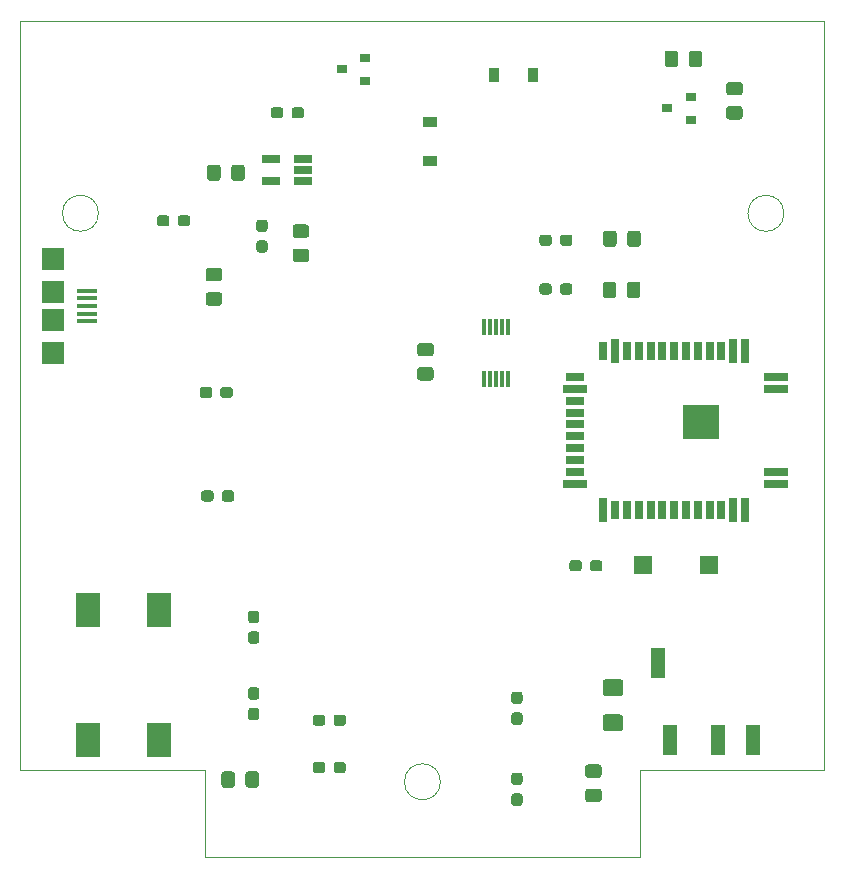
<source format=gbr>
%TF.GenerationSoftware,KiCad,Pcbnew,(5.1.8)-1*%
%TF.CreationDate,2021-05-25T14:35:32+05:30*%
%TF.ProjectId,ATM90_WLR_BOARD,41544d39-305f-4574-9c52-5f424f415244,rev?*%
%TF.SameCoordinates,Original*%
%TF.FileFunction,Paste,Top*%
%TF.FilePolarity,Positive*%
%FSLAX46Y46*%
G04 Gerber Fmt 4.6, Leading zero omitted, Abs format (unit mm)*
G04 Created by KiCad (PCBNEW (5.1.8)-1) date 2021-05-25 14:35:32*
%MOMM*%
%LPD*%
G01*
G04 APERTURE LIST*
%TA.AperFunction,Profile*%
%ADD10C,0.050000*%
%TD*%
%ADD11R,1.900000X1.900000*%
%ADD12R,1.800000X0.400000*%
%ADD13R,1.500000X1.500000*%
%ADD14R,1.200000X0.900000*%
%ADD15R,0.900000X1.200000*%
%ADD16R,0.700000X2.000000*%
%ADD17R,0.700000X1.500000*%
%ADD18R,1.500000X0.700000*%
%ADD19R,2.000000X0.700000*%
%ADD20R,3.030000X3.000000*%
%ADD21R,2.000000X3.000000*%
%ADD22R,1.200000X2.500000*%
%ADD23R,0.900000X0.800000*%
%ADD24R,1.560000X0.650000*%
%ADD25R,0.300000X1.400000*%
G04 APERTURE END LIST*
D10*
X80391000Y-135890000D02*
X80391000Y-72517000D01*
X148463000Y-72517000D02*
X148463000Y-135890000D01*
X148463000Y-72517000D02*
X80391000Y-72517000D01*
X132842000Y-135890000D02*
X148463000Y-135890000D01*
X132842000Y-143256000D02*
X132842000Y-135890000D01*
X96012000Y-135890000D02*
X96012000Y-143256000D01*
X80391000Y-135890000D02*
X96012000Y-135890000D01*
X96012000Y-143256000D02*
X132842000Y-143256000D01*
X115951000Y-136906000D02*
G75*
G03*
X115951000Y-136906000I-1524000J0D01*
G01*
X145034000Y-88773000D02*
G75*
G03*
X145034000Y-88773000I-1524000J0D01*
G01*
X86995000Y-88773000D02*
G75*
G03*
X86995000Y-88773000I-1524000J0D01*
G01*
D11*
%TO.C,J6*%
X83140000Y-95410000D03*
X83140000Y-97810000D03*
X83140000Y-100560000D03*
X83140000Y-92660000D03*
D12*
X86040000Y-97910000D03*
X86040000Y-97260000D03*
X86040000Y-96610000D03*
X86040000Y-95310000D03*
X86040000Y-95960000D03*
%TD*%
%TO.C,R15*%
G36*
G01*
X96741500Y-112474500D02*
X96741500Y-112949500D01*
G75*
G02*
X96504000Y-113187000I-237500J0D01*
G01*
X95929000Y-113187000D01*
G75*
G02*
X95691500Y-112949500I0J237500D01*
G01*
X95691500Y-112474500D01*
G75*
G02*
X95929000Y-112237000I237500J0D01*
G01*
X96504000Y-112237000D01*
G75*
G02*
X96741500Y-112474500I0J-237500D01*
G01*
G37*
G36*
G01*
X98491500Y-112474500D02*
X98491500Y-112949500D01*
G75*
G02*
X98254000Y-113187000I-237500J0D01*
G01*
X97679000Y-113187000D01*
G75*
G02*
X97441500Y-112949500I0J237500D01*
G01*
X97441500Y-112474500D01*
G75*
G02*
X97679000Y-112237000I237500J0D01*
G01*
X98254000Y-112237000D01*
G75*
G02*
X98491500Y-112474500I0J-237500D01*
G01*
G37*
%TD*%
%TO.C,R14*%
G36*
G01*
X97314500Y-104187500D02*
X97314500Y-103712500D01*
G75*
G02*
X97552000Y-103475000I237500J0D01*
G01*
X98127000Y-103475000D01*
G75*
G02*
X98364500Y-103712500I0J-237500D01*
G01*
X98364500Y-104187500D01*
G75*
G02*
X98127000Y-104425000I-237500J0D01*
G01*
X97552000Y-104425000D01*
G75*
G02*
X97314500Y-104187500I0J237500D01*
G01*
G37*
G36*
G01*
X95564500Y-104187500D02*
X95564500Y-103712500D01*
G75*
G02*
X95802000Y-103475000I237500J0D01*
G01*
X96377000Y-103475000D01*
G75*
G02*
X96614500Y-103712500I0J-237500D01*
G01*
X96614500Y-104187500D01*
G75*
G02*
X96377000Y-104425000I-237500J0D01*
G01*
X95802000Y-104425000D01*
G75*
G02*
X95564500Y-104187500I0J237500D01*
G01*
G37*
%TD*%
%TO.C,R13*%
G36*
G01*
X126080000Y-95424500D02*
X126080000Y-94949500D01*
G75*
G02*
X126317500Y-94712000I237500J0D01*
G01*
X126892500Y-94712000D01*
G75*
G02*
X127130000Y-94949500I0J-237500D01*
G01*
X127130000Y-95424500D01*
G75*
G02*
X126892500Y-95662000I-237500J0D01*
G01*
X126317500Y-95662000D01*
G75*
G02*
X126080000Y-95424500I0J237500D01*
G01*
G37*
G36*
G01*
X124330000Y-95424500D02*
X124330000Y-94949500D01*
G75*
G02*
X124567500Y-94712000I237500J0D01*
G01*
X125142500Y-94712000D01*
G75*
G02*
X125380000Y-94949500I0J-237500D01*
G01*
X125380000Y-95424500D01*
G75*
G02*
X125142500Y-95662000I-237500J0D01*
G01*
X124567500Y-95662000D01*
G75*
G02*
X124330000Y-95424500I0J237500D01*
G01*
G37*
%TD*%
%TO.C,R12*%
G36*
G01*
X126080000Y-91296500D02*
X126080000Y-90821500D01*
G75*
G02*
X126317500Y-90584000I237500J0D01*
G01*
X126892500Y-90584000D01*
G75*
G02*
X127130000Y-90821500I0J-237500D01*
G01*
X127130000Y-91296500D01*
G75*
G02*
X126892500Y-91534000I-237500J0D01*
G01*
X126317500Y-91534000D01*
G75*
G02*
X126080000Y-91296500I0J237500D01*
G01*
G37*
G36*
G01*
X124330000Y-91296500D02*
X124330000Y-90821500D01*
G75*
G02*
X124567500Y-90584000I237500J0D01*
G01*
X125142500Y-90584000D01*
G75*
G02*
X125380000Y-90821500I0J-237500D01*
G01*
X125380000Y-91296500D01*
G75*
G02*
X125142500Y-91534000I-237500J0D01*
G01*
X124567500Y-91534000D01*
G75*
G02*
X124330000Y-91296500I0J237500D01*
G01*
G37*
%TD*%
%TO.C,R11*%
G36*
G01*
X128620000Y-118855500D02*
X128620000Y-118380500D01*
G75*
G02*
X128857500Y-118143000I237500J0D01*
G01*
X129432500Y-118143000D01*
G75*
G02*
X129670000Y-118380500I0J-237500D01*
G01*
X129670000Y-118855500D01*
G75*
G02*
X129432500Y-119093000I-237500J0D01*
G01*
X128857500Y-119093000D01*
G75*
G02*
X128620000Y-118855500I0J237500D01*
G01*
G37*
G36*
G01*
X126870000Y-118855500D02*
X126870000Y-118380500D01*
G75*
G02*
X127107500Y-118143000I237500J0D01*
G01*
X127682500Y-118143000D01*
G75*
G02*
X127920000Y-118380500I0J-237500D01*
G01*
X127920000Y-118855500D01*
G75*
G02*
X127682500Y-119093000I-237500J0D01*
G01*
X127107500Y-119093000D01*
G75*
G02*
X126870000Y-118855500I0J237500D01*
G01*
G37*
%TD*%
%TO.C,R10*%
G36*
G01*
X102647000Y-80026500D02*
X102647000Y-80501500D01*
G75*
G02*
X102409500Y-80739000I-237500J0D01*
G01*
X101834500Y-80739000D01*
G75*
G02*
X101597000Y-80501500I0J237500D01*
G01*
X101597000Y-80026500D01*
G75*
G02*
X101834500Y-79789000I237500J0D01*
G01*
X102409500Y-79789000D01*
G75*
G02*
X102647000Y-80026500I0J-237500D01*
G01*
G37*
G36*
G01*
X104397000Y-80026500D02*
X104397000Y-80501500D01*
G75*
G02*
X104159500Y-80739000I-237500J0D01*
G01*
X103584500Y-80739000D01*
G75*
G02*
X103347000Y-80501500I0J237500D01*
G01*
X103347000Y-80026500D01*
G75*
G02*
X103584500Y-79789000I237500J0D01*
G01*
X104159500Y-79789000D01*
G75*
G02*
X104397000Y-80026500I0J-237500D01*
G01*
G37*
%TD*%
%TO.C,R9*%
G36*
G01*
X100600500Y-91063000D02*
X101075500Y-91063000D01*
G75*
G02*
X101313000Y-91300500I0J-237500D01*
G01*
X101313000Y-91875500D01*
G75*
G02*
X101075500Y-92113000I-237500J0D01*
G01*
X100600500Y-92113000D01*
G75*
G02*
X100363000Y-91875500I0J237500D01*
G01*
X100363000Y-91300500D01*
G75*
G02*
X100600500Y-91063000I237500J0D01*
G01*
G37*
G36*
G01*
X100600500Y-89313000D02*
X101075500Y-89313000D01*
G75*
G02*
X101313000Y-89550500I0J-237500D01*
G01*
X101313000Y-90125500D01*
G75*
G02*
X101075500Y-90363000I-237500J0D01*
G01*
X100600500Y-90363000D01*
G75*
G02*
X100363000Y-90125500I0J237500D01*
G01*
X100363000Y-89550500D01*
G75*
G02*
X100600500Y-89313000I237500J0D01*
G01*
G37*
%TD*%
%TO.C,R8*%
G36*
G01*
X93710000Y-89645500D02*
X93710000Y-89170500D01*
G75*
G02*
X93947500Y-88933000I237500J0D01*
G01*
X94522500Y-88933000D01*
G75*
G02*
X94760000Y-89170500I0J-237500D01*
G01*
X94760000Y-89645500D01*
G75*
G02*
X94522500Y-89883000I-237500J0D01*
G01*
X93947500Y-89883000D01*
G75*
G02*
X93710000Y-89645500I0J237500D01*
G01*
G37*
G36*
G01*
X91960000Y-89645500D02*
X91960000Y-89170500D01*
G75*
G02*
X92197500Y-88933000I237500J0D01*
G01*
X92772500Y-88933000D01*
G75*
G02*
X93010000Y-89170500I0J-237500D01*
G01*
X93010000Y-89645500D01*
G75*
G02*
X92772500Y-89883000I-237500J0D01*
G01*
X92197500Y-89883000D01*
G75*
G02*
X91960000Y-89645500I0J237500D01*
G01*
G37*
%TD*%
%TO.C,R7*%
G36*
G01*
X106903000Y-135937500D02*
X106903000Y-135462500D01*
G75*
G02*
X107140500Y-135225000I237500J0D01*
G01*
X107715500Y-135225000D01*
G75*
G02*
X107953000Y-135462500I0J-237500D01*
G01*
X107953000Y-135937500D01*
G75*
G02*
X107715500Y-136175000I-237500J0D01*
G01*
X107140500Y-136175000D01*
G75*
G02*
X106903000Y-135937500I0J237500D01*
G01*
G37*
G36*
G01*
X105153000Y-135937500D02*
X105153000Y-135462500D01*
G75*
G02*
X105390500Y-135225000I237500J0D01*
G01*
X105965500Y-135225000D01*
G75*
G02*
X106203000Y-135462500I0J-237500D01*
G01*
X106203000Y-135937500D01*
G75*
G02*
X105965500Y-136175000I-237500J0D01*
G01*
X105390500Y-136175000D01*
G75*
G02*
X105153000Y-135937500I0J237500D01*
G01*
G37*
%TD*%
%TO.C,R6*%
G36*
G01*
X106203000Y-131461500D02*
X106203000Y-131936500D01*
G75*
G02*
X105965500Y-132174000I-237500J0D01*
G01*
X105390500Y-132174000D01*
G75*
G02*
X105153000Y-131936500I0J237500D01*
G01*
X105153000Y-131461500D01*
G75*
G02*
X105390500Y-131224000I237500J0D01*
G01*
X105965500Y-131224000D01*
G75*
G02*
X106203000Y-131461500I0J-237500D01*
G01*
G37*
G36*
G01*
X107953000Y-131461500D02*
X107953000Y-131936500D01*
G75*
G02*
X107715500Y-132174000I-237500J0D01*
G01*
X107140500Y-132174000D01*
G75*
G02*
X106903000Y-131936500I0J237500D01*
G01*
X106903000Y-131461500D01*
G75*
G02*
X107140500Y-131224000I237500J0D01*
G01*
X107715500Y-131224000D01*
G75*
G02*
X107953000Y-131461500I0J-237500D01*
G01*
G37*
%TD*%
%TO.C,R5*%
G36*
G01*
X122190500Y-137891000D02*
X122665500Y-137891000D01*
G75*
G02*
X122903000Y-138128500I0J-237500D01*
G01*
X122903000Y-138703500D01*
G75*
G02*
X122665500Y-138941000I-237500J0D01*
G01*
X122190500Y-138941000D01*
G75*
G02*
X121953000Y-138703500I0J237500D01*
G01*
X121953000Y-138128500D01*
G75*
G02*
X122190500Y-137891000I237500J0D01*
G01*
G37*
G36*
G01*
X122190500Y-136141000D02*
X122665500Y-136141000D01*
G75*
G02*
X122903000Y-136378500I0J-237500D01*
G01*
X122903000Y-136953500D01*
G75*
G02*
X122665500Y-137191000I-237500J0D01*
G01*
X122190500Y-137191000D01*
G75*
G02*
X121953000Y-136953500I0J237500D01*
G01*
X121953000Y-136378500D01*
G75*
G02*
X122190500Y-136141000I237500J0D01*
G01*
G37*
%TD*%
%TO.C,R4*%
G36*
G01*
X122190500Y-131033000D02*
X122665500Y-131033000D01*
G75*
G02*
X122903000Y-131270500I0J-237500D01*
G01*
X122903000Y-131845500D01*
G75*
G02*
X122665500Y-132083000I-237500J0D01*
G01*
X122190500Y-132083000D01*
G75*
G02*
X121953000Y-131845500I0J237500D01*
G01*
X121953000Y-131270500D01*
G75*
G02*
X122190500Y-131033000I237500J0D01*
G01*
G37*
G36*
G01*
X122190500Y-129283000D02*
X122665500Y-129283000D01*
G75*
G02*
X122903000Y-129520500I0J-237500D01*
G01*
X122903000Y-130095500D01*
G75*
G02*
X122665500Y-130333000I-237500J0D01*
G01*
X122190500Y-130333000D01*
G75*
G02*
X121953000Y-130095500I0J237500D01*
G01*
X121953000Y-129520500D01*
G75*
G02*
X122190500Y-129283000I237500J0D01*
G01*
G37*
%TD*%
%TO.C,R3*%
G36*
G01*
X99901500Y-130652000D02*
X100376500Y-130652000D01*
G75*
G02*
X100614000Y-130889500I0J-237500D01*
G01*
X100614000Y-131464500D01*
G75*
G02*
X100376500Y-131702000I-237500J0D01*
G01*
X99901500Y-131702000D01*
G75*
G02*
X99664000Y-131464500I0J237500D01*
G01*
X99664000Y-130889500D01*
G75*
G02*
X99901500Y-130652000I237500J0D01*
G01*
G37*
G36*
G01*
X99901500Y-128902000D02*
X100376500Y-128902000D01*
G75*
G02*
X100614000Y-129139500I0J-237500D01*
G01*
X100614000Y-129714500D01*
G75*
G02*
X100376500Y-129952000I-237500J0D01*
G01*
X99901500Y-129952000D01*
G75*
G02*
X99664000Y-129714500I0J237500D01*
G01*
X99664000Y-129139500D01*
G75*
G02*
X99901500Y-128902000I237500J0D01*
G01*
G37*
%TD*%
%TO.C,R2*%
G36*
G01*
X99901500Y-124175000D02*
X100376500Y-124175000D01*
G75*
G02*
X100614000Y-124412500I0J-237500D01*
G01*
X100614000Y-124987500D01*
G75*
G02*
X100376500Y-125225000I-237500J0D01*
G01*
X99901500Y-125225000D01*
G75*
G02*
X99664000Y-124987500I0J237500D01*
G01*
X99664000Y-124412500D01*
G75*
G02*
X99901500Y-124175000I237500J0D01*
G01*
G37*
G36*
G01*
X99901500Y-122425000D02*
X100376500Y-122425000D01*
G75*
G02*
X100614000Y-122662500I0J-237500D01*
G01*
X100614000Y-123237500D01*
G75*
G02*
X100376500Y-123475000I-237500J0D01*
G01*
X99901500Y-123475000D01*
G75*
G02*
X99664000Y-123237500I0J237500D01*
G01*
X99664000Y-122662500D01*
G75*
G02*
X99901500Y-122425000I237500J0D01*
G01*
G37*
%TD*%
%TO.C,D1*%
G36*
G01*
X97224001Y-94546000D02*
X96323999Y-94546000D01*
G75*
G02*
X96074000Y-94296001I0J249999D01*
G01*
X96074000Y-93645999D01*
G75*
G02*
X96323999Y-93396000I249999J0D01*
G01*
X97224001Y-93396000D01*
G75*
G02*
X97474000Y-93645999I0J-249999D01*
G01*
X97474000Y-94296001D01*
G75*
G02*
X97224001Y-94546000I-249999J0D01*
G01*
G37*
G36*
G01*
X97224001Y-96596000D02*
X96323999Y-96596000D01*
G75*
G02*
X96074000Y-96346001I0J249999D01*
G01*
X96074000Y-95695999D01*
G75*
G02*
X96323999Y-95446000I249999J0D01*
G01*
X97224001Y-95446000D01*
G75*
G02*
X97474000Y-95695999I0J-249999D01*
G01*
X97474000Y-96346001D01*
G75*
G02*
X97224001Y-96596000I-249999J0D01*
G01*
G37*
%TD*%
%TO.C,C7*%
G36*
G01*
X115131001Y-100896000D02*
X114230999Y-100896000D01*
G75*
G02*
X113981000Y-100646001I0J249999D01*
G01*
X113981000Y-99995999D01*
G75*
G02*
X114230999Y-99746000I249999J0D01*
G01*
X115131001Y-99746000D01*
G75*
G02*
X115381000Y-99995999I0J-249999D01*
G01*
X115381000Y-100646001D01*
G75*
G02*
X115131001Y-100896000I-249999J0D01*
G01*
G37*
G36*
G01*
X115131001Y-102946000D02*
X114230999Y-102946000D01*
G75*
G02*
X113981000Y-102696001I0J249999D01*
G01*
X113981000Y-102045999D01*
G75*
G02*
X114230999Y-101796000I249999J0D01*
G01*
X115131001Y-101796000D01*
G75*
G02*
X115381000Y-102045999I0J-249999D01*
G01*
X115381000Y-102696001D01*
G75*
G02*
X115131001Y-102946000I-249999J0D01*
G01*
G37*
%TD*%
%TO.C,C6*%
G36*
G01*
X140392999Y-79698000D02*
X141293001Y-79698000D01*
G75*
G02*
X141543000Y-79947999I0J-249999D01*
G01*
X141543000Y-80598001D01*
G75*
G02*
X141293001Y-80848000I-249999J0D01*
G01*
X140392999Y-80848000D01*
G75*
G02*
X140143000Y-80598001I0J249999D01*
G01*
X140143000Y-79947999D01*
G75*
G02*
X140392999Y-79698000I249999J0D01*
G01*
G37*
G36*
G01*
X140392999Y-77648000D02*
X141293001Y-77648000D01*
G75*
G02*
X141543000Y-77897999I0J-249999D01*
G01*
X141543000Y-78548001D01*
G75*
G02*
X141293001Y-78798000I-249999J0D01*
G01*
X140392999Y-78798000D01*
G75*
G02*
X140143000Y-78548001I0J249999D01*
G01*
X140143000Y-77897999D01*
G75*
G02*
X140392999Y-77648000I249999J0D01*
G01*
G37*
%TD*%
%TO.C,C5*%
G36*
G01*
X136975000Y-76142001D02*
X136975000Y-75241999D01*
G75*
G02*
X137224999Y-74992000I249999J0D01*
G01*
X137875001Y-74992000D01*
G75*
G02*
X138125000Y-75241999I0J-249999D01*
G01*
X138125000Y-76142001D01*
G75*
G02*
X137875001Y-76392000I-249999J0D01*
G01*
X137224999Y-76392000D01*
G75*
G02*
X136975000Y-76142001I0J249999D01*
G01*
G37*
G36*
G01*
X134925000Y-76142001D02*
X134925000Y-75241999D01*
G75*
G02*
X135174999Y-74992000I249999J0D01*
G01*
X135825001Y-74992000D01*
G75*
G02*
X136075000Y-75241999I0J-249999D01*
G01*
X136075000Y-76142001D01*
G75*
G02*
X135825001Y-76392000I-249999J0D01*
G01*
X135174999Y-76392000D01*
G75*
G02*
X134925000Y-76142001I0J249999D01*
G01*
G37*
%TD*%
%TO.C,C2*%
G36*
G01*
X99447000Y-137166001D02*
X99447000Y-136265999D01*
G75*
G02*
X99696999Y-136016000I249999J0D01*
G01*
X100347001Y-136016000D01*
G75*
G02*
X100597000Y-136265999I0J-249999D01*
G01*
X100597000Y-137166001D01*
G75*
G02*
X100347001Y-137416000I-249999J0D01*
G01*
X99696999Y-137416000D01*
G75*
G02*
X99447000Y-137166001I0J249999D01*
G01*
G37*
G36*
G01*
X97397000Y-137166001D02*
X97397000Y-136265999D01*
G75*
G02*
X97646999Y-136016000I249999J0D01*
G01*
X98297001Y-136016000D01*
G75*
G02*
X98547000Y-136265999I0J-249999D01*
G01*
X98547000Y-137166001D01*
G75*
G02*
X98297001Y-137416000I-249999J0D01*
G01*
X97646999Y-137416000D01*
G75*
G02*
X97397000Y-137166001I0J249999D01*
G01*
G37*
%TD*%
%TO.C,C1*%
G36*
G01*
X128454999Y-137483000D02*
X129355001Y-137483000D01*
G75*
G02*
X129605000Y-137732999I0J-249999D01*
G01*
X129605000Y-138383001D01*
G75*
G02*
X129355001Y-138633000I-249999J0D01*
G01*
X128454999Y-138633000D01*
G75*
G02*
X128205000Y-138383001I0J249999D01*
G01*
X128205000Y-137732999D01*
G75*
G02*
X128454999Y-137483000I249999J0D01*
G01*
G37*
G36*
G01*
X128454999Y-135433000D02*
X129355001Y-135433000D01*
G75*
G02*
X129605000Y-135682999I0J-249999D01*
G01*
X129605000Y-136333001D01*
G75*
G02*
X129355001Y-136583000I-249999J0D01*
G01*
X128454999Y-136583000D01*
G75*
G02*
X128205000Y-136333001I0J249999D01*
G01*
X128205000Y-135682999D01*
G75*
G02*
X128454999Y-135433000I249999J0D01*
G01*
G37*
%TD*%
D13*
%TO.C,SW1*%
X133096000Y-118554500D03*
X138684000Y-118554500D03*
%TD*%
%TO.C,C3*%
G36*
G01*
X97340000Y-84893999D02*
X97340000Y-85794001D01*
G75*
G02*
X97090001Y-86044000I-249999J0D01*
G01*
X96439999Y-86044000D01*
G75*
G02*
X96190000Y-85794001I0J249999D01*
G01*
X96190000Y-84893999D01*
G75*
G02*
X96439999Y-84644000I249999J0D01*
G01*
X97090001Y-84644000D01*
G75*
G02*
X97340000Y-84893999I0J-249999D01*
G01*
G37*
G36*
G01*
X99390000Y-84893999D02*
X99390000Y-85794001D01*
G75*
G02*
X99140001Y-86044000I-249999J0D01*
G01*
X98489999Y-86044000D01*
G75*
G02*
X98240000Y-85794001I0J249999D01*
G01*
X98240000Y-84893999D01*
G75*
G02*
X98489999Y-84644000I249999J0D01*
G01*
X99140001Y-84644000D01*
G75*
G02*
X99390000Y-84893999I0J-249999D01*
G01*
G37*
%TD*%
%TO.C,C4*%
G36*
G01*
X103689999Y-89713000D02*
X104590001Y-89713000D01*
G75*
G02*
X104840000Y-89962999I0J-249999D01*
G01*
X104840000Y-90613001D01*
G75*
G02*
X104590001Y-90863000I-249999J0D01*
G01*
X103689999Y-90863000D01*
G75*
G02*
X103440000Y-90613001I0J249999D01*
G01*
X103440000Y-89962999D01*
G75*
G02*
X103689999Y-89713000I249999J0D01*
G01*
G37*
G36*
G01*
X103689999Y-91763000D02*
X104590001Y-91763000D01*
G75*
G02*
X104840000Y-92012999I0J-249999D01*
G01*
X104840000Y-92663001D01*
G75*
G02*
X104590001Y-92913000I-249999J0D01*
G01*
X103689999Y-92913000D01*
G75*
G02*
X103440000Y-92663001I0J249999D01*
G01*
X103440000Y-92012999D01*
G75*
G02*
X103689999Y-91763000I249999J0D01*
G01*
G37*
%TD*%
D14*
%TO.C,D2*%
X115062000Y-84327000D03*
X115062000Y-81027000D03*
%TD*%
%TO.C,D3*%
G36*
G01*
X131768000Y-91382001D02*
X131768000Y-90481999D01*
G75*
G02*
X132017999Y-90232000I249999J0D01*
G01*
X132668001Y-90232000D01*
G75*
G02*
X132918000Y-90481999I0J-249999D01*
G01*
X132918000Y-91382001D01*
G75*
G02*
X132668001Y-91632000I-249999J0D01*
G01*
X132017999Y-91632000D01*
G75*
G02*
X131768000Y-91382001I0J249999D01*
G01*
G37*
G36*
G01*
X129718000Y-91382001D02*
X129718000Y-90481999D01*
G75*
G02*
X129967999Y-90232000I249999J0D01*
G01*
X130618001Y-90232000D01*
G75*
G02*
X130868000Y-90481999I0J-249999D01*
G01*
X130868000Y-91382001D01*
G75*
G02*
X130618001Y-91632000I-249999J0D01*
G01*
X129967999Y-91632000D01*
G75*
G02*
X129718000Y-91382001I0J249999D01*
G01*
G37*
%TD*%
%TO.C,D4*%
G36*
G01*
X129691000Y-95700001D02*
X129691000Y-94799999D01*
G75*
G02*
X129940999Y-94550000I249999J0D01*
G01*
X130591001Y-94550000D01*
G75*
G02*
X130841000Y-94799999I0J-249999D01*
G01*
X130841000Y-95700001D01*
G75*
G02*
X130591001Y-95950000I-249999J0D01*
G01*
X129940999Y-95950000D01*
G75*
G02*
X129691000Y-95700001I0J249999D01*
G01*
G37*
G36*
G01*
X131741000Y-95700001D02*
X131741000Y-94799999D01*
G75*
G02*
X131990999Y-94550000I249999J0D01*
G01*
X132641001Y-94550000D01*
G75*
G02*
X132891000Y-94799999I0J-249999D01*
G01*
X132891000Y-95700001D01*
G75*
G02*
X132641001Y-95950000I-249999J0D01*
G01*
X131990999Y-95950000D01*
G75*
G02*
X131741000Y-95700001I0J249999D01*
G01*
G37*
%TD*%
D15*
%TO.C,D5*%
X123760000Y-77089000D03*
X120460000Y-77089000D03*
%TD*%
D16*
%TO.C,IC1*%
X141746000Y-100405000D03*
X140746000Y-100405000D03*
D17*
X139746000Y-100405000D03*
X138746000Y-100405000D03*
X137746000Y-100405000D03*
X136746000Y-100405000D03*
X135746000Y-100405000D03*
X134746000Y-100405000D03*
X133746000Y-100405000D03*
X132746000Y-100405000D03*
X131746000Y-100405000D03*
D16*
X130746000Y-100405000D03*
D17*
X129746000Y-100405000D03*
D18*
X127326000Y-102655000D03*
D19*
X127326000Y-103655000D03*
D18*
X127326000Y-104655000D03*
X127326000Y-105655000D03*
X127326000Y-106655000D03*
X127326000Y-107655000D03*
X127326000Y-108655000D03*
X127326000Y-109655000D03*
X127326000Y-110655000D03*
D19*
X127326000Y-111655000D03*
D16*
X129746000Y-113905000D03*
D17*
X130746000Y-113905000D03*
X131746000Y-113905000D03*
X132746000Y-113905000D03*
X133746000Y-113905000D03*
X134746000Y-113905000D03*
X135746000Y-113905000D03*
X136746000Y-113905000D03*
X137746000Y-113905000D03*
X138746000Y-113905000D03*
X139746000Y-113905000D03*
D16*
X140746000Y-113905000D03*
X141746000Y-113905000D03*
D19*
X144326000Y-111655000D03*
X144326000Y-110655000D03*
X144326000Y-103655000D03*
X144326000Y-102655000D03*
D20*
X137996000Y-106455000D03*
%TD*%
D21*
%TO.C,J1*%
X86154000Y-122389000D03*
X92154000Y-122389000D03*
X92154000Y-133389000D03*
X86154000Y-133389000D03*
%TD*%
D22*
%TO.C,J2*%
X134331000Y-126861000D03*
X135431000Y-133361000D03*
X139431000Y-133361000D03*
X142431000Y-133361000D03*
%TD*%
D23*
%TO.C,Q1*%
X107585000Y-76581000D03*
X109585000Y-75631000D03*
X109585000Y-77531000D03*
%TD*%
%TO.C,R1*%
G36*
G01*
X129931000Y-131204000D02*
X131181000Y-131204000D01*
G75*
G02*
X131431000Y-131454000I0J-250000D01*
G01*
X131431000Y-132379000D01*
G75*
G02*
X131181000Y-132629000I-250000J0D01*
G01*
X129931000Y-132629000D01*
G75*
G02*
X129681000Y-132379000I0J250000D01*
G01*
X129681000Y-131454000D01*
G75*
G02*
X129931000Y-131204000I250000J0D01*
G01*
G37*
G36*
G01*
X129931000Y-128229000D02*
X131181000Y-128229000D01*
G75*
G02*
X131431000Y-128479000I0J-250000D01*
G01*
X131431000Y-129404000D01*
G75*
G02*
X131181000Y-129654000I-250000J0D01*
G01*
X129931000Y-129654000D01*
G75*
G02*
X129681000Y-129404000I0J250000D01*
G01*
X129681000Y-128479000D01*
G75*
G02*
X129931000Y-128229000I250000J0D01*
G01*
G37*
%TD*%
D24*
%TO.C,U1*%
X104347000Y-86040000D03*
X104347000Y-85090000D03*
X104347000Y-84140000D03*
X101647000Y-84140000D03*
X101647000Y-86040000D03*
%TD*%
D23*
%TO.C,U2*%
X137144000Y-80833000D03*
X137144000Y-78933000D03*
X135144000Y-79883000D03*
%TD*%
D25*
%TO.C,U3*%
X121650000Y-98384000D03*
X121150000Y-98384000D03*
X120650000Y-98384000D03*
X120150000Y-98384000D03*
X119650000Y-98384000D03*
X119650000Y-102784000D03*
X120150000Y-102784000D03*
X120650000Y-102784000D03*
X121150000Y-102784000D03*
X121650000Y-102784000D03*
%TD*%
M02*

</source>
